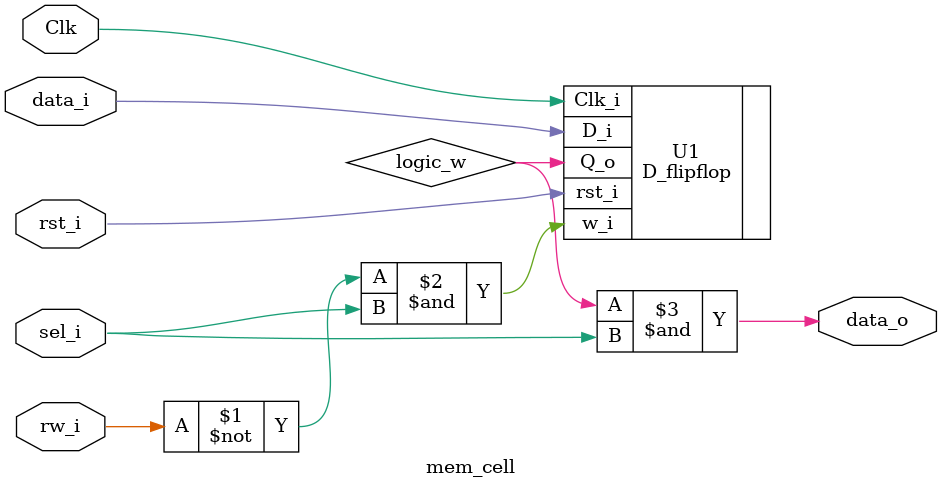
<source format=v>
module mem_cell (Clk, data_i, sel_i, rst_i, rw_i, data_o);

input wire Clk;
input wire data_i, sel_i, rst_i, rw_i;
output wire data_o;

wire logic_w;

D_flipflop U1 (
    .Clk_i(Clk),
    .D_i(data_i),
    .w_i(~rw_i & sel_i),
    .rst_i(rst_i),
    .Q_o(logic_w)
);


assign data_o = logic_w & sel_i; 

endmodule
</source>
